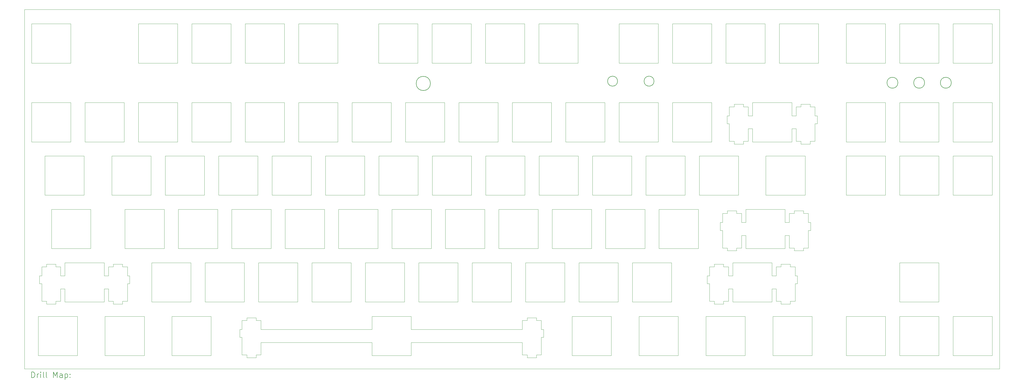
<source format=gbr>
%FSLAX45Y45*%
G04 Gerber Fmt 4.5, Leading zero omitted, Abs format (unit mm)*
G04 Created by KiCad (PCBNEW (6.0.6)) date 2022-06-23 13:21:33*
%MOMM*%
%LPD*%
G01*
G04 APERTURE LIST*
%TA.AperFunction,Profile*%
%ADD10C,0.050800*%
%TD*%
%TA.AperFunction,Profile*%
%ADD11C,0.100000*%
%TD*%
%TA.AperFunction,Profile*%
%ADD12C,0.200000*%
%TD*%
%TA.AperFunction,Profile*%
%ADD13C,0.177800*%
%TD*%
%TA.AperFunction,Profile*%
%ADD14C,0.052530*%
%TD*%
%ADD15C,0.200000*%
G04 APERTURE END LIST*
D10*
X29508450Y-7825740D02*
X30907990Y-7825740D01*
X30907990Y-7825740D02*
X30907990Y-9225280D01*
X30907990Y-9225280D02*
X29508450Y-9225280D01*
X29508450Y-9225280D02*
X29508450Y-7825740D01*
X15701010Y-7825740D02*
X17100550Y-7825740D01*
X17100550Y-7825740D02*
X17100550Y-9225280D01*
X17100550Y-9225280D02*
X15701010Y-9225280D01*
X15701010Y-9225280D02*
X15701010Y-7825740D01*
X34281110Y-7825740D02*
X35680650Y-7825740D01*
X35680650Y-7825740D02*
X35680650Y-9225280D01*
X35680650Y-9225280D02*
X34281110Y-9225280D01*
X34281110Y-9225280D02*
X34281110Y-7825740D01*
X10458450Y-9733280D02*
X11857990Y-9733280D01*
X11857990Y-9733280D02*
X11857990Y-11132820D01*
X11857990Y-11132820D02*
X10458450Y-11132820D01*
X10458450Y-11132820D02*
X10458450Y-9733280D01*
X19505930Y-3114040D02*
X20905470Y-3114040D01*
X20905470Y-3114040D02*
X20905470Y-4513580D01*
X20905470Y-4513580D02*
X19505930Y-4513580D01*
X19505930Y-4513580D02*
X19505930Y-3114040D01*
X21416010Y-7825740D02*
X22815550Y-7825740D01*
X22815550Y-7825740D02*
X22815550Y-9225280D01*
X22815550Y-9225280D02*
X21416010Y-9225280D01*
X21416010Y-9225280D02*
X21416010Y-7825740D01*
X6176010Y-7825740D02*
X7575550Y-7825740D01*
X7575550Y-7825740D02*
X7575550Y-9225280D01*
X7575550Y-9225280D02*
X6176010Y-9225280D01*
X6176010Y-9225280D02*
X6176010Y-7825740D01*
X34278570Y-5925820D02*
X35678110Y-5925820D01*
X35678110Y-5925820D02*
X35678110Y-7325360D01*
X35678110Y-7325360D02*
X34278570Y-7325360D01*
X34278570Y-7325360D02*
X34278570Y-5925820D01*
X5937250Y-13548360D02*
X7336790Y-13548360D01*
X7336790Y-13548360D02*
X7336790Y-14947900D01*
X7336790Y-14947900D02*
X5937250Y-14947900D01*
X5937250Y-14947900D02*
X5937250Y-13548360D01*
X12363450Y-9733280D02*
X13762990Y-9733280D01*
X13762990Y-9733280D02*
X13762990Y-11132820D01*
X13762990Y-11132820D02*
X12363450Y-11132820D01*
X12363450Y-11132820D02*
X12363450Y-9733280D01*
X21410930Y-3114040D02*
X22810470Y-3114040D01*
X22810470Y-3114040D02*
X22810470Y-4513580D01*
X22810470Y-4513580D02*
X21410930Y-4513580D01*
X21410930Y-4513580D02*
X21410930Y-3114040D01*
X6648450Y-9733280D02*
X8047990Y-9733280D01*
X8047990Y-9733280D02*
X8047990Y-11132820D01*
X8047990Y-11132820D02*
X6648450Y-11132820D01*
X6648450Y-11132820D02*
X6648450Y-9733280D01*
X8081010Y-7825740D02*
X9480550Y-7825740D01*
X9480550Y-7825740D02*
X9480550Y-9225280D01*
X9480550Y-9225280D02*
X8081010Y-9225280D01*
X8081010Y-9225280D02*
X8081010Y-7825740D01*
X26173430Y-3114040D02*
X27572970Y-3114040D01*
X27572970Y-3114040D02*
X27572970Y-4513580D01*
X27572970Y-4513580D02*
X26173430Y-4513580D01*
X26173430Y-4513580D02*
X26173430Y-3114040D01*
X18555970Y-5925820D02*
X19955510Y-5925820D01*
X19955510Y-5925820D02*
X19955510Y-7325360D01*
X19955510Y-7325360D02*
X18555970Y-7325360D01*
X18555970Y-7325360D02*
X18555970Y-5925820D01*
X7123430Y-3114040D02*
X8522970Y-3114040D01*
X8522970Y-3114040D02*
X8522970Y-4513580D01*
X8522970Y-4513580D02*
X7123430Y-4513580D01*
X7123430Y-4513580D02*
X7123430Y-3114040D01*
X19030950Y-11635740D02*
X20430490Y-11635740D01*
X20430490Y-11635740D02*
X20430490Y-13035280D01*
X20430490Y-13035280D02*
X19030950Y-13035280D01*
X19030950Y-13035280D02*
X19030950Y-11635740D01*
X8553450Y-9733280D02*
X9952990Y-9733280D01*
X9952990Y-9733280D02*
X9952990Y-11132820D01*
X9952990Y-11132820D02*
X8553450Y-11132820D01*
X8553450Y-11132820D02*
X8553450Y-9733280D01*
X5220970Y-5925820D02*
X6620510Y-5925820D01*
X6620510Y-5925820D02*
X6620510Y-7325360D01*
X6620510Y-7325360D02*
X5220970Y-7325360D01*
X5220970Y-7325360D02*
X5220970Y-5925820D01*
X13796010Y-7825740D02*
X15195550Y-7825740D01*
X15195550Y-7825740D02*
X15195550Y-9225280D01*
X15195550Y-9225280D02*
X13796010Y-9225280D01*
X13796010Y-9225280D02*
X13796010Y-7825740D01*
X15695930Y-3114040D02*
X17095470Y-3114040D01*
X17095470Y-3114040D02*
X17095470Y-4513580D01*
X17095470Y-4513580D02*
X15695930Y-4513580D01*
X15695930Y-4513580D02*
X15695930Y-3114040D01*
X14268450Y-9733280D02*
X15667990Y-9733280D01*
X15667990Y-9733280D02*
X15667990Y-11132820D01*
X15667990Y-11132820D02*
X14268450Y-11132820D01*
X14268450Y-11132820D02*
X14268450Y-9733280D01*
X36181030Y-13548360D02*
X37580570Y-13548360D01*
X37580570Y-13548360D02*
X37580570Y-14947900D01*
X37580570Y-14947900D02*
X36181030Y-14947900D01*
X36181030Y-14947900D02*
X36181030Y-13548360D01*
X14745970Y-5925820D02*
X16145510Y-5925820D01*
X16145510Y-5925820D02*
X16145510Y-7325360D01*
X16145510Y-7325360D02*
X14745970Y-7325360D01*
X14745970Y-7325360D02*
X14745970Y-5925820D01*
X36181030Y-3114040D02*
X37580570Y-3114040D01*
X37580570Y-3114040D02*
X37580570Y-4513580D01*
X37580570Y-4513580D02*
X36181030Y-4513580D01*
X36181030Y-4513580D02*
X36181030Y-3114040D01*
X24745950Y-11635740D02*
X26145490Y-11635740D01*
X26145490Y-11635740D02*
X26145490Y-13035280D01*
X26145490Y-13035280D02*
X24745950Y-13035280D01*
X24745950Y-13035280D02*
X24745950Y-11635740D01*
X29754830Y-13548360D02*
X31154370Y-13548360D01*
X31154370Y-13548360D02*
X31154370Y-14947900D01*
X31154370Y-14947900D02*
X29754830Y-14947900D01*
X29754830Y-14947900D02*
X29754830Y-13548360D01*
X7125970Y-5925820D02*
X8525510Y-5925820D01*
X8525510Y-5925820D02*
X8525510Y-7325360D01*
X8525510Y-7325360D02*
X7125970Y-7325360D01*
X7125970Y-7325360D02*
X7125970Y-5925820D01*
X19511010Y-7825740D02*
X20910550Y-7825740D01*
X20910550Y-7825740D02*
X20910550Y-9225280D01*
X20910550Y-9225280D02*
X19511010Y-9225280D01*
X19511010Y-9225280D02*
X19511010Y-7825740D01*
X32373570Y-5925820D02*
X33773110Y-5925820D01*
X33773110Y-5925820D02*
X33773110Y-7325360D01*
X33773110Y-7325360D02*
X32373570Y-7325360D01*
X32373570Y-7325360D02*
X32373570Y-5925820D01*
X16650970Y-5925820D02*
X18050510Y-5925820D01*
X18050510Y-5925820D02*
X18050510Y-7325360D01*
X18050510Y-7325360D02*
X16650970Y-7325360D01*
X16650970Y-7325360D02*
X16650970Y-5925820D01*
X36183570Y-5925820D02*
X37583110Y-5925820D01*
X37583110Y-5925820D02*
X37583110Y-7325360D01*
X37583110Y-7325360D02*
X36183570Y-7325360D01*
X36183570Y-7325360D02*
X36183570Y-5925820D01*
X11410950Y-11635740D02*
X12810490Y-11635740D01*
X12810490Y-11635740D02*
X12810490Y-13035280D01*
X12810490Y-13035280D02*
X11410950Y-13035280D01*
X11410950Y-13035280D02*
X11410950Y-11635740D01*
X32376110Y-7825740D02*
X33775650Y-7825740D01*
X33775650Y-7825740D02*
X33775650Y-9225280D01*
X33775650Y-9225280D02*
X32376110Y-9225280D01*
X32376110Y-9225280D02*
X32376110Y-7825740D01*
X3788410Y-7825740D02*
X5187950Y-7825740D01*
X5187950Y-7825740D02*
X5187950Y-9225280D01*
X5187950Y-9225280D02*
X3788410Y-9225280D01*
X3788410Y-9225280D02*
X3788410Y-7825740D01*
X26175970Y-5925820D02*
X27575510Y-5925820D01*
X27575510Y-5925820D02*
X27575510Y-7325360D01*
X27575510Y-7325360D02*
X26175970Y-7325360D01*
X26175970Y-7325360D02*
X26175970Y-5925820D01*
X12838430Y-3114040D02*
X14237970Y-3114040D01*
X14237970Y-3114040D02*
X14237970Y-4513580D01*
X14237970Y-4513580D02*
X12838430Y-4513580D01*
X12838430Y-4513580D02*
X12838430Y-3114040D01*
X13315950Y-11635740D02*
X14715490Y-11635740D01*
X14715490Y-11635740D02*
X14715490Y-13035280D01*
X14715490Y-13035280D02*
X13315950Y-13035280D01*
X13315950Y-13035280D02*
X13315950Y-11635740D01*
X17600930Y-3114040D02*
X19000470Y-3114040D01*
X19000470Y-3114040D02*
X19000470Y-4513580D01*
X19000470Y-4513580D02*
X17600930Y-4513580D01*
X17600930Y-4513580D02*
X17600930Y-3114040D01*
X9030970Y-5925820D02*
X10430510Y-5925820D01*
X10430510Y-5925820D02*
X10430510Y-7325360D01*
X10430510Y-7325360D02*
X9030970Y-7325360D01*
X9030970Y-7325360D02*
X9030970Y-5925820D01*
X28078430Y-3114040D02*
X29477970Y-3114040D01*
X29477970Y-3114040D02*
X29477970Y-4513580D01*
X29477970Y-4513580D02*
X28078430Y-4513580D01*
X28078430Y-4513580D02*
X28078430Y-3114040D01*
X32371030Y-3114040D02*
X33770570Y-3114040D01*
X33770570Y-3114040D02*
X33770570Y-4513580D01*
X33770570Y-4513580D02*
X32371030Y-4513580D01*
X32371030Y-4513580D02*
X32371030Y-3114040D01*
X22594570Y-13548360D02*
X23994110Y-13548360D01*
X23994110Y-13548360D02*
X23994110Y-14947900D01*
X23994110Y-14947900D02*
X22594570Y-14947900D01*
X22594570Y-14947900D02*
X22594570Y-13548360D01*
X20460970Y-5925820D02*
X21860510Y-5925820D01*
X21860510Y-5925820D02*
X21860510Y-7325360D01*
X21860510Y-7325360D02*
X20460970Y-7325360D01*
X20460970Y-7325360D02*
X20460970Y-5925820D01*
X9986010Y-7825740D02*
X11385550Y-7825740D01*
X11385550Y-7825740D02*
X11385550Y-9225280D01*
X11385550Y-9225280D02*
X9986010Y-9225280D01*
X9986010Y-9225280D02*
X9986010Y-7825740D01*
X10935970Y-5925820D02*
X12335510Y-5925820D01*
X12335510Y-5925820D02*
X12335510Y-7325360D01*
X12335510Y-7325360D02*
X10935970Y-7325360D01*
X10935970Y-7325360D02*
X10935970Y-5925820D01*
X29983430Y-3114040D02*
X31382970Y-3114040D01*
X31382970Y-3114040D02*
X31382970Y-4513580D01*
X31382970Y-4513580D02*
X29983430Y-4513580D01*
X29983430Y-4513580D02*
X29983430Y-3114040D01*
X27367230Y-13548360D02*
X28766770Y-13548360D01*
X28766770Y-13548360D02*
X28766770Y-14947900D01*
X28766770Y-14947900D02*
X27367230Y-14947900D01*
X27367230Y-14947900D02*
X27367230Y-13548360D01*
X20935950Y-11635740D02*
X22335490Y-11635740D01*
X22335490Y-11635740D02*
X22335490Y-13035280D01*
X22335490Y-13035280D02*
X20935950Y-13035280D01*
X20935950Y-13035280D02*
X20935950Y-11635740D01*
X25226010Y-7825740D02*
X26625550Y-7825740D01*
X26625550Y-7825740D02*
X26625550Y-9225280D01*
X26625550Y-9225280D02*
X25226010Y-9225280D01*
X25226010Y-9225280D02*
X25226010Y-7825740D01*
X17125950Y-11635740D02*
X18525490Y-11635740D01*
X18525490Y-11635740D02*
X18525490Y-13035280D01*
X18525490Y-13035280D02*
X17125950Y-13035280D01*
X17125950Y-13035280D02*
X17125950Y-11635740D01*
X23793450Y-9733280D02*
X25192990Y-9733280D01*
X25192990Y-9733280D02*
X25192990Y-11132820D01*
X25192990Y-11132820D02*
X23793450Y-11132820D01*
X23793450Y-11132820D02*
X23793450Y-9733280D01*
X17606010Y-7825740D02*
X19005550Y-7825740D01*
X19005550Y-7825740D02*
X19005550Y-9225280D01*
X19005550Y-9225280D02*
X17606010Y-9225280D01*
X17606010Y-9225280D02*
X17606010Y-7825740D01*
X34276030Y-11635740D02*
X35675570Y-11635740D01*
X35675570Y-11635740D02*
X35675570Y-13035280D01*
X35675570Y-13035280D02*
X34276030Y-13035280D01*
X34276030Y-13035280D02*
X34276030Y-11635740D01*
X19983450Y-9733280D02*
X21382990Y-9733280D01*
X21382990Y-9733280D02*
X21382990Y-11132820D01*
X21382990Y-11132820D02*
X19983450Y-11132820D01*
X19983450Y-11132820D02*
X19983450Y-9733280D01*
X23321010Y-7825740D02*
X24720550Y-7825740D01*
X24720550Y-7825740D02*
X24720550Y-9225280D01*
X24720550Y-9225280D02*
X23321010Y-9225280D01*
X23321010Y-9225280D02*
X23321010Y-7825740D01*
X3313430Y-3114040D02*
X4712970Y-3114040D01*
X4712970Y-3114040D02*
X4712970Y-4513580D01*
X4712970Y-4513580D02*
X3313430Y-4513580D01*
X3313430Y-4513580D02*
X3313430Y-3114040D01*
X3554730Y-13548360D02*
X4954270Y-13548360D01*
X4954270Y-13548360D02*
X4954270Y-14947900D01*
X4954270Y-14947900D02*
X3554730Y-14947900D01*
X3554730Y-14947900D02*
X3554730Y-13548360D01*
X32371030Y-13548360D02*
X33770570Y-13548360D01*
X33770570Y-13548360D02*
X33770570Y-14947900D01*
X33770570Y-14947900D02*
X32371030Y-14947900D01*
X32371030Y-14947900D02*
X32371030Y-13548360D01*
X34276030Y-13548360D02*
X35675570Y-13548360D01*
X35675570Y-13548360D02*
X35675570Y-14947900D01*
X35675570Y-14947900D02*
X34276030Y-14947900D01*
X34276030Y-14947900D02*
X34276030Y-13548360D01*
X24268430Y-3114040D02*
X25667970Y-3114040D01*
X25667970Y-3114040D02*
X25667970Y-4513580D01*
X25667970Y-4513580D02*
X24268430Y-4513580D01*
X24268430Y-4513580D02*
X24268430Y-3114040D01*
X25698450Y-9733280D02*
X27097990Y-9733280D01*
X27097990Y-9733280D02*
X27097990Y-11132820D01*
X27097990Y-11132820D02*
X25698450Y-11132820D01*
X25698450Y-11132820D02*
X25698450Y-9733280D01*
X22365970Y-5925820D02*
X23765510Y-5925820D01*
X23765510Y-5925820D02*
X23765510Y-7325360D01*
X23765510Y-7325360D02*
X22365970Y-7325360D01*
X22365970Y-7325360D02*
X22365970Y-5925820D01*
X11891010Y-7825740D02*
X13290550Y-7825740D01*
X13290550Y-7825740D02*
X13290550Y-9225280D01*
X13290550Y-9225280D02*
X11891010Y-9225280D01*
X11891010Y-9225280D02*
X11891010Y-7825740D01*
X12840970Y-5925820D02*
X14240510Y-5925820D01*
X14240510Y-5925820D02*
X14240510Y-7325360D01*
X14240510Y-7325360D02*
X12840970Y-7325360D01*
X12840970Y-7325360D02*
X12840970Y-5925820D01*
X27131010Y-7825740D02*
X28530550Y-7825740D01*
X28530550Y-7825740D02*
X28530550Y-9225280D01*
X28530550Y-9225280D02*
X27131010Y-9225280D01*
X27131010Y-9225280D02*
X27131010Y-7825740D01*
X7600950Y-11635740D02*
X9000490Y-11635740D01*
X9000490Y-11635740D02*
X9000490Y-13035280D01*
X9000490Y-13035280D02*
X7600950Y-13035280D01*
X7600950Y-13035280D02*
X7600950Y-11635740D01*
X9028430Y-3114040D02*
X10427970Y-3114040D01*
X10427970Y-3114040D02*
X10427970Y-4513580D01*
X10427970Y-4513580D02*
X9028430Y-4513580D01*
X9028430Y-4513580D02*
X9028430Y-3114040D01*
X3313430Y-5925820D02*
X4712970Y-5925820D01*
X4712970Y-5925820D02*
X4712970Y-7325360D01*
X4712970Y-7325360D02*
X3313430Y-7325360D01*
X3313430Y-7325360D02*
X3313430Y-5925820D01*
X18078450Y-9733280D02*
X19477990Y-9733280D01*
X19477990Y-9733280D02*
X19477990Y-11132820D01*
X19477990Y-11132820D02*
X18078450Y-11132820D01*
X18078450Y-11132820D02*
X18078450Y-9733280D01*
X10933430Y-3114040D02*
X12332970Y-3114040D01*
X12332970Y-3114040D02*
X12332970Y-4513580D01*
X12332970Y-4513580D02*
X10933430Y-4513580D01*
X10933430Y-4513580D02*
X10933430Y-3114040D01*
X21888450Y-9733280D02*
X23287990Y-9733280D01*
X23287990Y-9733280D02*
X23287990Y-11132820D01*
X23287990Y-11132820D02*
X21888450Y-11132820D01*
X21888450Y-11132820D02*
X21888450Y-9733280D01*
X15220950Y-11635740D02*
X16620490Y-11635740D01*
X16620490Y-11635740D02*
X16620490Y-13035280D01*
X16620490Y-13035280D02*
X15220950Y-13035280D01*
X15220950Y-13035280D02*
X15220950Y-11635740D01*
X36186110Y-7825740D02*
X37585650Y-7825740D01*
X37585650Y-7825740D02*
X37585650Y-9225280D01*
X37585650Y-9225280D02*
X36186110Y-9225280D01*
X36186110Y-9225280D02*
X36186110Y-7825740D01*
X9505950Y-11635740D02*
X10905490Y-11635740D01*
X10905490Y-11635740D02*
X10905490Y-13035280D01*
X10905490Y-13035280D02*
X9505950Y-13035280D01*
X9505950Y-13035280D02*
X9505950Y-11635740D01*
X22840950Y-11635740D02*
X24240490Y-11635740D01*
X24240490Y-11635740D02*
X24240490Y-13035280D01*
X24240490Y-13035280D02*
X22840950Y-13035280D01*
X22840950Y-13035280D02*
X22840950Y-11635740D01*
X16173450Y-9733280D02*
X17572990Y-9733280D01*
X17572990Y-9733280D02*
X17572990Y-11132820D01*
X17572990Y-11132820D02*
X16173450Y-11132820D01*
X16173450Y-11132820D02*
X16173450Y-9733280D01*
X24270970Y-5925820D02*
X25670510Y-5925820D01*
X25670510Y-5925820D02*
X25670510Y-7325360D01*
X25670510Y-7325360D02*
X24270970Y-7325360D01*
X24270970Y-7325360D02*
X24270970Y-5925820D01*
X4027170Y-9733280D02*
X5426710Y-9733280D01*
X5426710Y-9733280D02*
X5426710Y-11132820D01*
X5426710Y-11132820D02*
X4027170Y-11132820D01*
X4027170Y-11132820D02*
X4027170Y-9733280D01*
X8317230Y-13548360D02*
X9716770Y-13548360D01*
X9716770Y-13548360D02*
X9716770Y-14947900D01*
X9716770Y-14947900D02*
X8317230Y-14947900D01*
X8317230Y-14947900D02*
X8317230Y-13548360D01*
X34276030Y-3114040D02*
X35675570Y-3114040D01*
X35675570Y-3114040D02*
X35675570Y-4513580D01*
X35675570Y-4513580D02*
X34276030Y-4513580D01*
X34276030Y-4513580D02*
X34276030Y-3114040D01*
X24982170Y-13548360D02*
X26381710Y-13548360D01*
X26381710Y-13548360D02*
X26381710Y-14947900D01*
X26381710Y-14947900D02*
X24982170Y-14947900D01*
X24982170Y-14947900D02*
X24982170Y-13548360D01*
D11*
X3065780Y-2599690D02*
X37840920Y-2599690D01*
X37840920Y-2599690D02*
X37840920Y-15419070D01*
X37840920Y-15419070D02*
X3065780Y-15419070D01*
X3065780Y-15419070D02*
X3065780Y-2599690D01*
D12*
X36123287Y-5215890D02*
G75*
G03*
X36123287Y-5215890I-194987J0D01*
G01*
X34218287Y-5215890D02*
G75*
G03*
X34218287Y-5215890I-194987J0D01*
G01*
X25519380Y-5160010D02*
G75*
G03*
X25519380Y-5160010I-177800J0D01*
G01*
D13*
X17543780Y-5241290D02*
G75*
G03*
X17543780Y-5241290I-254000J0D01*
G01*
D12*
X35170787Y-5215890D02*
G75*
G03*
X35170787Y-5215890I-194987J0D01*
G01*
X24218900Y-5160010D02*
G75*
G03*
X24218900Y-5160010I-177800J0D01*
G01*
D14*
X5906721Y-12104733D02*
X6059440Y-12104733D01*
X6059440Y-12104733D02*
X6059440Y-11781616D01*
X6059440Y-11781616D02*
X6232008Y-11781616D01*
X6232008Y-11781616D02*
X6232008Y-11689510D01*
X6232008Y-11689510D02*
X6562060Y-11689510D01*
X6562060Y-11689510D02*
X6562060Y-11781615D01*
X6562060Y-11781615D02*
X6734628Y-11781615D01*
X6734628Y-11781615D02*
X6734628Y-12104732D01*
X6734628Y-12104732D02*
X6817205Y-12104732D01*
X6817205Y-12104732D02*
X6817205Y-12384733D01*
X6817205Y-12384733D02*
X6734628Y-12384733D01*
X6734628Y-12384733D02*
X6734628Y-13011935D01*
X6734628Y-13011935D02*
X6562060Y-13011935D01*
X6562060Y-13011935D02*
X6562060Y-13110076D01*
X6562060Y-13110076D02*
X6232008Y-13110076D01*
X6232008Y-13110076D02*
X6232008Y-13011935D01*
X6232008Y-13011935D02*
X6059440Y-13011935D01*
X6059440Y-13011935D02*
X6059440Y-12564871D01*
X6059440Y-12564871D02*
X5906721Y-12564871D01*
X5906721Y-12564871D02*
X5906721Y-13034936D01*
X5906721Y-13034936D02*
X4506377Y-13034936D01*
X4506377Y-13034936D02*
X4506377Y-12564872D01*
X4506377Y-12564872D02*
X4353738Y-12564872D01*
X4353738Y-12564872D02*
X4353738Y-13011935D01*
X4353738Y-13011935D02*
X4181171Y-13011935D01*
X4181171Y-13011935D02*
X4181171Y-13110077D01*
X4181171Y-13110077D02*
X3850960Y-13110077D01*
X3850960Y-13110077D02*
X3850960Y-13011935D01*
X3850960Y-13011935D02*
X3678603Y-13011935D01*
X3678603Y-13011935D02*
X3678603Y-12384734D01*
X3678603Y-12384734D02*
X3595973Y-12384734D01*
X3595973Y-12384734D02*
X3595973Y-12104733D01*
X3595973Y-12104733D02*
X3678603Y-12104733D01*
X3678603Y-12104733D02*
X3678603Y-11781616D01*
X3678603Y-11781616D02*
X3850960Y-11781616D01*
X3850960Y-11781616D02*
X3850960Y-11689510D01*
X3850960Y-11689510D02*
X4181171Y-11689510D01*
X4181171Y-11689510D02*
X4181171Y-11781616D01*
X4181171Y-11781616D02*
X4353738Y-11781616D01*
X4353738Y-11781616D02*
X4353738Y-12104733D01*
X4353738Y-12104733D02*
X4506377Y-12104733D01*
X4506377Y-12104733D02*
X4506377Y-11634510D01*
X4506377Y-11634510D02*
X5906721Y-11634510D01*
X5906721Y-11634510D02*
X5906721Y-12104733D01*
X30432961Y-6394813D02*
X30585680Y-6394813D01*
X30585680Y-6394813D02*
X30585680Y-6071696D01*
X30585680Y-6071696D02*
X30758248Y-6071696D01*
X30758248Y-6071696D02*
X30758248Y-5979590D01*
X30758248Y-5979590D02*
X31088300Y-5979590D01*
X31088300Y-5979590D02*
X31088300Y-6071695D01*
X31088300Y-6071695D02*
X31260868Y-6071695D01*
X31260868Y-6071695D02*
X31260868Y-6394812D01*
X31260868Y-6394812D02*
X31343445Y-6394812D01*
X31343445Y-6394812D02*
X31343445Y-6674813D01*
X31343445Y-6674813D02*
X31260868Y-6674813D01*
X31260868Y-6674813D02*
X31260868Y-7302015D01*
X31260868Y-7302015D02*
X31088300Y-7302015D01*
X31088300Y-7302015D02*
X31088300Y-7400156D01*
X31088300Y-7400156D02*
X30758248Y-7400156D01*
X30758248Y-7400156D02*
X30758248Y-7302015D01*
X30758248Y-7302015D02*
X30585680Y-7302015D01*
X30585680Y-7302015D02*
X30585680Y-6854951D01*
X30585680Y-6854951D02*
X30432961Y-6854951D01*
X30432961Y-6854951D02*
X30432961Y-7325016D01*
X30432961Y-7325016D02*
X29032617Y-7325016D01*
X29032617Y-7325016D02*
X29032617Y-6854952D01*
X29032617Y-6854952D02*
X28879978Y-6854952D01*
X28879978Y-6854952D02*
X28879978Y-7302015D01*
X28879978Y-7302015D02*
X28707411Y-7302015D01*
X28707411Y-7302015D02*
X28707411Y-7400157D01*
X28707411Y-7400157D02*
X28377200Y-7400157D01*
X28377200Y-7400157D02*
X28377200Y-7302015D01*
X28377200Y-7302015D02*
X28204843Y-7302015D01*
X28204843Y-7302015D02*
X28204843Y-6674814D01*
X28204843Y-6674814D02*
X28122213Y-6674814D01*
X28122213Y-6674814D02*
X28122213Y-6394813D01*
X28122213Y-6394813D02*
X28204843Y-6394813D01*
X28204843Y-6394813D02*
X28204843Y-6071696D01*
X28204843Y-6071696D02*
X28377200Y-6071696D01*
X28377200Y-6071696D02*
X28377200Y-5979590D01*
X28377200Y-5979590D02*
X28707411Y-5979590D01*
X28707411Y-5979590D02*
X28707411Y-6071696D01*
X28707411Y-6071696D02*
X28879978Y-6071696D01*
X28879978Y-6071696D02*
X28879978Y-6394813D01*
X28879978Y-6394813D02*
X29032617Y-6394813D01*
X29032617Y-6394813D02*
X29032617Y-5924590D01*
X29032617Y-5924590D02*
X30432961Y-5924590D01*
X30432961Y-5924590D02*
X30432961Y-6394813D01*
X30191661Y-10202273D02*
X30344380Y-10202273D01*
X30344380Y-10202273D02*
X30344380Y-9879156D01*
X30344380Y-9879156D02*
X30516948Y-9879156D01*
X30516948Y-9879156D02*
X30516948Y-9787050D01*
X30516948Y-9787050D02*
X30847000Y-9787050D01*
X30847000Y-9787050D02*
X30847000Y-9879155D01*
X30847000Y-9879155D02*
X31019568Y-9879155D01*
X31019568Y-9879155D02*
X31019568Y-10202272D01*
X31019568Y-10202272D02*
X31102145Y-10202272D01*
X31102145Y-10202272D02*
X31102145Y-10482273D01*
X31102145Y-10482273D02*
X31019568Y-10482273D01*
X31019568Y-10482273D02*
X31019568Y-11109475D01*
X31019568Y-11109475D02*
X30847000Y-11109475D01*
X30847000Y-11109475D02*
X30847000Y-11207616D01*
X30847000Y-11207616D02*
X30516948Y-11207616D01*
X30516948Y-11207616D02*
X30516948Y-11109475D01*
X30516948Y-11109475D02*
X30344380Y-11109475D01*
X30344380Y-11109475D02*
X30344380Y-10662411D01*
X30344380Y-10662411D02*
X30191661Y-10662411D01*
X30191661Y-10662411D02*
X30191661Y-11132476D01*
X30191661Y-11132476D02*
X28791317Y-11132476D01*
X28791317Y-11132476D02*
X28791317Y-10662412D01*
X28791317Y-10662412D02*
X28638678Y-10662412D01*
X28638678Y-10662412D02*
X28638678Y-11109475D01*
X28638678Y-11109475D02*
X28466111Y-11109475D01*
X28466111Y-11109475D02*
X28466111Y-11207617D01*
X28466111Y-11207617D02*
X28135900Y-11207617D01*
X28135900Y-11207617D02*
X28135900Y-11109475D01*
X28135900Y-11109475D02*
X27963543Y-11109475D01*
X27963543Y-11109475D02*
X27963543Y-10482274D01*
X27963543Y-10482274D02*
X27880913Y-10482274D01*
X27880913Y-10482274D02*
X27880913Y-10202273D01*
X27880913Y-10202273D02*
X27963543Y-10202273D01*
X27963543Y-10202273D02*
X27963543Y-9879156D01*
X27963543Y-9879156D02*
X28135900Y-9879156D01*
X28135900Y-9879156D02*
X28135900Y-9787050D01*
X28135900Y-9787050D02*
X28466111Y-9787050D01*
X28466111Y-9787050D02*
X28466111Y-9879156D01*
X28466111Y-9879156D02*
X28638678Y-9879156D01*
X28638678Y-9879156D02*
X28638678Y-10202273D01*
X28638678Y-10202273D02*
X28791317Y-10202273D01*
X28791317Y-10202273D02*
X28791317Y-9732050D01*
X28791317Y-9732050D02*
X30191661Y-9732050D01*
X30191661Y-9732050D02*
X30191661Y-10202273D01*
D10*
X16859058Y-14018021D02*
X20821382Y-14018021D01*
X20821382Y-14018021D02*
X20821382Y-13694971D01*
X20821382Y-13694971D02*
X20993884Y-13694971D01*
X20993884Y-13694971D02*
X20993884Y-13603162D01*
X20993884Y-13603162D02*
X21323978Y-13603162D01*
X21323978Y-13603162D02*
X21323978Y-13694971D01*
X21323978Y-13694971D02*
X21496480Y-13694971D01*
X21496480Y-13694971D02*
X21496480Y-14018021D01*
X21496480Y-14018021D02*
X21578870Y-14018021D01*
X21578870Y-14018021D02*
X21578870Y-14297945D01*
X21578870Y-14297945D02*
X21496480Y-14297945D01*
X21496480Y-14297945D02*
X21496480Y-14924996D01*
X21496480Y-14924996D02*
X21323978Y-14924996D01*
X21323978Y-14924996D02*
X21323978Y-15023154D01*
X21323978Y-15023154D02*
X20993884Y-15023154D01*
X20993884Y-15023154D02*
X20993884Y-14924996D01*
X20993884Y-14924996D02*
X20821383Y-14924996D01*
X20821383Y-14924996D02*
X20821383Y-14478123D01*
X20821383Y-14478123D02*
X16859058Y-14478123D01*
X16859058Y-14478123D02*
X16859058Y-14948014D01*
X16859058Y-14948014D02*
X15458989Y-14948014D01*
X15458989Y-14948014D02*
X15458989Y-14478123D01*
X15458989Y-14478123D02*
X11496664Y-14478123D01*
X11496664Y-14478123D02*
X11496664Y-14924996D01*
X11496664Y-14924996D02*
X11324133Y-14924996D01*
X11324133Y-14924996D02*
X11324133Y-15023154D01*
X11324133Y-15023154D02*
X10994071Y-15023154D01*
X10994071Y-15023154D02*
X10994071Y-14924996D01*
X10994071Y-14924996D02*
X10821566Y-14924996D01*
X10821566Y-14924996D02*
X10821566Y-14297945D01*
X10821566Y-14297945D02*
X10739150Y-14297945D01*
X10739150Y-14297945D02*
X10739150Y-14018021D01*
X10739150Y-14018021D02*
X10821566Y-14018021D01*
X10821566Y-14018021D02*
X10821566Y-13694971D01*
X10821566Y-13694971D02*
X10994071Y-13694971D01*
X10994071Y-13694971D02*
X10994071Y-13603162D01*
X10994071Y-13603162D02*
X11324133Y-13603162D01*
X11324133Y-13603162D02*
X11324133Y-13694971D01*
X11324133Y-13694971D02*
X11496664Y-13694971D01*
X11496664Y-13694971D02*
X11496664Y-14018021D01*
X11496664Y-14018021D02*
X15458989Y-14018021D01*
X15458989Y-14018021D02*
X15458989Y-13548130D01*
X15458989Y-13548130D02*
X16859058Y-13548130D01*
X16859058Y-13548130D02*
X16859058Y-14018021D01*
D14*
X29724301Y-12104733D02*
X29877020Y-12104733D01*
X29877020Y-12104733D02*
X29877020Y-11781616D01*
X29877020Y-11781616D02*
X30049588Y-11781616D01*
X30049588Y-11781616D02*
X30049588Y-11689510D01*
X30049588Y-11689510D02*
X30379640Y-11689510D01*
X30379640Y-11689510D02*
X30379640Y-11781615D01*
X30379640Y-11781615D02*
X30552208Y-11781615D01*
X30552208Y-11781615D02*
X30552208Y-12104732D01*
X30552208Y-12104732D02*
X30634785Y-12104732D01*
X30634785Y-12104732D02*
X30634785Y-12384733D01*
X30634785Y-12384733D02*
X30552208Y-12384733D01*
X30552208Y-12384733D02*
X30552208Y-13011935D01*
X30552208Y-13011935D02*
X30379640Y-13011935D01*
X30379640Y-13011935D02*
X30379640Y-13110076D01*
X30379640Y-13110076D02*
X30049588Y-13110076D01*
X30049588Y-13110076D02*
X30049588Y-13011935D01*
X30049588Y-13011935D02*
X29877020Y-13011935D01*
X29877020Y-13011935D02*
X29877020Y-12564871D01*
X29877020Y-12564871D02*
X29724301Y-12564871D01*
X29724301Y-12564871D02*
X29724301Y-13034936D01*
X29724301Y-13034936D02*
X28323957Y-13034936D01*
X28323957Y-13034936D02*
X28323957Y-12564872D01*
X28323957Y-12564872D02*
X28171318Y-12564872D01*
X28171318Y-12564872D02*
X28171318Y-13011935D01*
X28171318Y-13011935D02*
X27998751Y-13011935D01*
X27998751Y-13011935D02*
X27998751Y-13110077D01*
X27998751Y-13110077D02*
X27668540Y-13110077D01*
X27668540Y-13110077D02*
X27668540Y-13011935D01*
X27668540Y-13011935D02*
X27496183Y-13011935D01*
X27496183Y-13011935D02*
X27496183Y-12384734D01*
X27496183Y-12384734D02*
X27413553Y-12384734D01*
X27413553Y-12384734D02*
X27413553Y-12104733D01*
X27413553Y-12104733D02*
X27496183Y-12104733D01*
X27496183Y-12104733D02*
X27496183Y-11781616D01*
X27496183Y-11781616D02*
X27668540Y-11781616D01*
X27668540Y-11781616D02*
X27668540Y-11689510D01*
X27668540Y-11689510D02*
X27998751Y-11689510D01*
X27998751Y-11689510D02*
X27998751Y-11781616D01*
X27998751Y-11781616D02*
X28171318Y-11781616D01*
X28171318Y-11781616D02*
X28171318Y-12104733D01*
X28171318Y-12104733D02*
X28323957Y-12104733D01*
X28323957Y-12104733D02*
X28323957Y-11634510D01*
X28323957Y-11634510D02*
X29724301Y-11634510D01*
X29724301Y-11634510D02*
X29724301Y-12104733D01*
D15*
X3318399Y-15734546D02*
X3318399Y-15534546D01*
X3366018Y-15534546D01*
X3394589Y-15544070D01*
X3413637Y-15563118D01*
X3423161Y-15582165D01*
X3432685Y-15620260D01*
X3432685Y-15648832D01*
X3423161Y-15686927D01*
X3413637Y-15705975D01*
X3394589Y-15725022D01*
X3366018Y-15734546D01*
X3318399Y-15734546D01*
X3518399Y-15734546D02*
X3518399Y-15601213D01*
X3518399Y-15639308D02*
X3527923Y-15620260D01*
X3537447Y-15610737D01*
X3556494Y-15601213D01*
X3575542Y-15601213D01*
X3642208Y-15734546D02*
X3642208Y-15601213D01*
X3642208Y-15534546D02*
X3632685Y-15544070D01*
X3642208Y-15553594D01*
X3651732Y-15544070D01*
X3642208Y-15534546D01*
X3642208Y-15553594D01*
X3766018Y-15734546D02*
X3746970Y-15725022D01*
X3737447Y-15705975D01*
X3737447Y-15534546D01*
X3870780Y-15734546D02*
X3851732Y-15725022D01*
X3842208Y-15705975D01*
X3842208Y-15534546D01*
X4099351Y-15734546D02*
X4099351Y-15534546D01*
X4166018Y-15677403D01*
X4232685Y-15534546D01*
X4232685Y-15734546D01*
X4413637Y-15734546D02*
X4413637Y-15629784D01*
X4404113Y-15610737D01*
X4385066Y-15601213D01*
X4346970Y-15601213D01*
X4327923Y-15610737D01*
X4413637Y-15725022D02*
X4394590Y-15734546D01*
X4346970Y-15734546D01*
X4327923Y-15725022D01*
X4318399Y-15705975D01*
X4318399Y-15686927D01*
X4327923Y-15667879D01*
X4346970Y-15658356D01*
X4394590Y-15658356D01*
X4413637Y-15648832D01*
X4508875Y-15601213D02*
X4508875Y-15801213D01*
X4508875Y-15610737D02*
X4527923Y-15601213D01*
X4566018Y-15601213D01*
X4585066Y-15610737D01*
X4594590Y-15620260D01*
X4604113Y-15639308D01*
X4604113Y-15696451D01*
X4594590Y-15715498D01*
X4585066Y-15725022D01*
X4566018Y-15734546D01*
X4527923Y-15734546D01*
X4508875Y-15725022D01*
X4689828Y-15715498D02*
X4699351Y-15725022D01*
X4689828Y-15734546D01*
X4680304Y-15725022D01*
X4689828Y-15715498D01*
X4689828Y-15734546D01*
X4689828Y-15610737D02*
X4699351Y-15620260D01*
X4689828Y-15629784D01*
X4680304Y-15620260D01*
X4689828Y-15610737D01*
X4689828Y-15629784D01*
M02*

</source>
